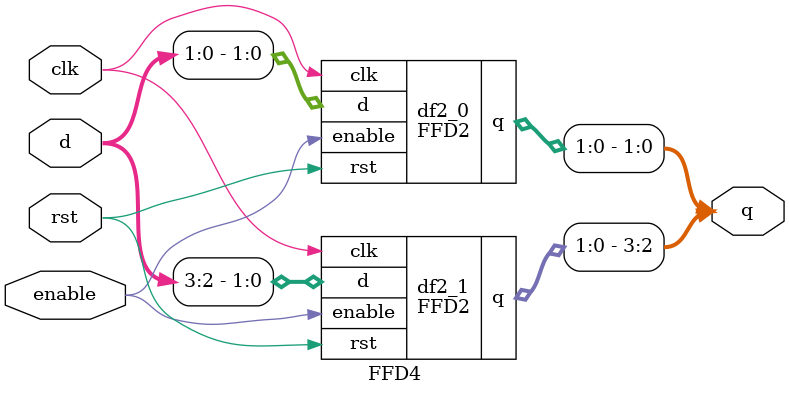
<source format=v>
module FFD1(input clk, rst, enable, d, output reg q);
    always @ (posedge clk or posedge rst) begin
        if (rst)
            q <= 0;
        else if (enable)
            q <= d;
    end 
endmodule
//Flip Flop tipo D de 2 bits con Enable
module FFD2(input clk, rst, enable, input [1:0]d, output [1:0]q);
    
    FFD1 df1_1(clk, rst, enable, d[1], q[1]);
    FFD1 df1_0(clk, rst, enable, d[0], q[0]);

endmodule
//Flip Flop tipo D de 4 bits con Enable
module FFD4(input clk, rst, enable, input [3:0]d, output [3:0]q);
    
    FFD2 df2_1(clk, rst, enable, d[3:2], q[3:2]);
    FFD2 df2_0(clk, rst, enable, d[1:0], q[1:0]);

endmodule



</source>
